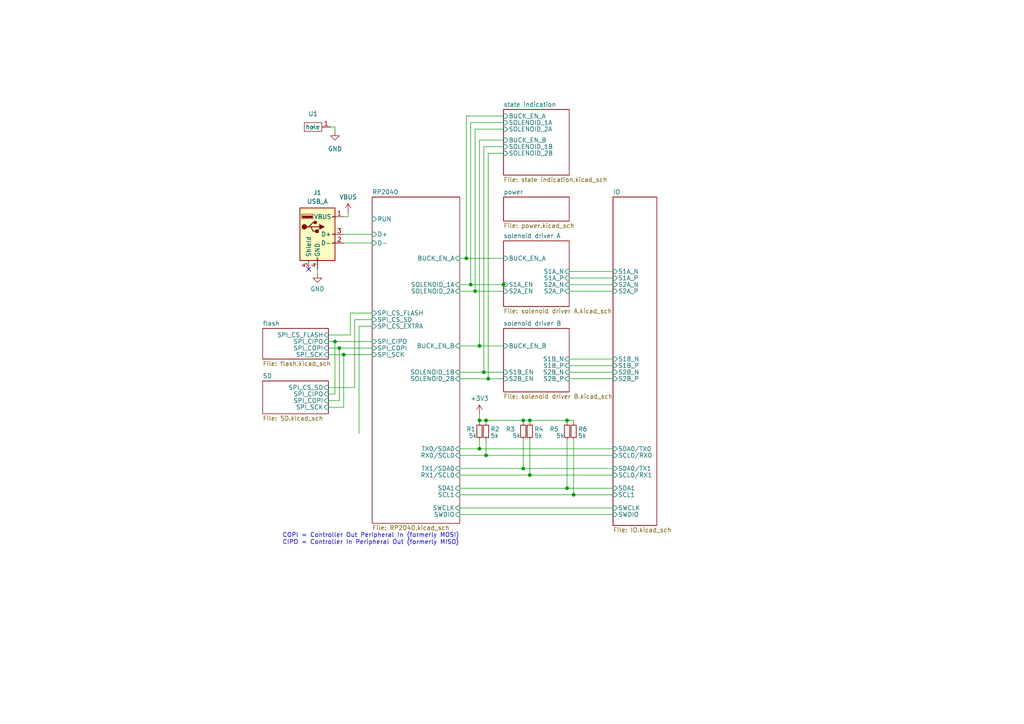
<source format=kicad_sch>
(kicad_sch (version 20230121) (generator eeschema)
  (paper "A4")
  (lib_symbols
    (symbol "Connector:USB_A" (pin_names (offset 1.016))
      (property "Reference" "J" (at -5.08 11.43 0))
      (property "Value" "USB_A" (at -5.08 8.89 0))
      (symbol "USB_A_0_1"
        (rectangle (start -5.08 -7.62) (end 5.08 7.62) (stroke (width 0.254)) (fill (type background)))
        (circle (center -3.81 2.159) (radius 0.635) (stroke (width 0.254)) (fill (type outline)))
        (rectangle (start -1.524 4.826) (end -4.318 5.334) (fill (type outline)))
        (rectangle (start -1.27 4.572) (end -4.572 5.842))
        (circle (center -0.635 3.429) (radius 0.381) (stroke (width 0.254)) (fill (type outline)))
        (rectangle (start -0.127 -7.62) (end 0.127 -6.858))
        (polyline (pts (xy -3.175 2.159) (xy -2.54 2.159) (xy -1.27 3.429) (xy -0.635 3.429)) (stroke (width 0.254)))
        (polyline (pts (xy -2.54 2.159) (xy -1.905 2.159) (xy -1.27 0.889) (xy 0 0.889)) (stroke (width 0.254)))
        (polyline (pts (xy 0.635 2.794) (xy 0.635 1.524) (xy 1.905 2.159) (xy 0.635 2.794)) (stroke (width 0.254)) (fill (type outline)))
        (rectangle (start 0.254 1.27) (end -0.508 0.508) (stroke (width 0.254)) (fill (type outline)))
        (rectangle (start 5.08 -2.667) (end 4.318 -2.413))
        (rectangle (start 5.08 -0.127) (end 4.318 0.127))
        (rectangle (start 5.08 4.953) (end 4.318 5.207))
      )
      (symbol "USB_A_1_1"
        (polyline (pts (xy -1.905 2.159) (xy 0.635 2.159)) (stroke (width 0.254)))
        (pin power_in line (at 7.62 5.08 180) (length 2.54) (name "VBUS") (number "1"))
        (pin bidirectional line (at 7.62 -2.54 180) (length 2.54) (name "D-") (number "2"))
        (pin bidirectional line (at 7.62 0 180) (length 2.54) (name "D+") (number "3"))
        (pin power_in line (at 0 -10.16 90) (length 2.54) (name "GND") (number "4"))
        (pin passive line (at -2.54 -10.16 90) (length 2.54) (name "Shield") (number "5"))
      )
    )
    (symbol "Device:R_Small" (pin_numbers hide) (pin_names (offset 0.254) hide)
      (property "Reference" "R" (at 0.762 0.508 0))
      (property "Value" "R_Small" (at 0.762 -1.016 0))
      (symbol "R_Small_0_1"
        (rectangle (start -0.762 1.778) (end 0.762 -1.778) (stroke (width 0.2032)))
      )
      (symbol "R_Small_1_1"
        (pin passive line (at 0 2.54 270) (length 0.762) (name "~") (number "1"))
        (pin passive line (at 0 -2.54 90) (length 0.762) (name "~") (number "2"))
      )
    )
    (symbol "ada_bno055:ada_bno055_nopins"
      (property "Reference" "U" (at 0 2.54 0))
      (symbol "ada_bno055_nopins_0_1"
        (rectangle (start -2.54 1.27) (end 2.54 -1.27))
      )
      (symbol "ada_bno055_nopins_1_1"
        (pin input line (at -5.08 0 0) (length 2.54) (name "hole") (number "1"))
      )
    )
    (symbol "power:+3V3" (power) (pin_names (offset 0))
      (property "Value" "+3V3" (at 0 3.556 0))
      (symbol "+3V3_0_1"
        (polyline (pts (xy -0.762 1.27) (xy 0 2.54)))
        (polyline (pts (xy 0 0) (xy 0 2.54)))
        (polyline (pts (xy 0 2.54) (xy 0.762 1.27)))
      )
      (symbol "+3V3_1_1"
        (pin power_in line (at 0 0 90) (length 0) hide (name "+3V3") (number "1"))
      )
    )
    (symbol "power:GND" (power) (pin_names (offset 0))
      (property "Value" "GND" (at 0 -3.81 0))
      (symbol "GND_0_1"
        (polyline (pts (xy 0 0) (xy 0 -1.27) (xy 1.27 -1.27) (xy 0 -2.54) (xy -1.27 -1.27) (xy 0 -1.27)))
      )
      (symbol "GND_1_1"
        (pin power_in line (at 0 0 270) (length 0) hide (name "GND") (number "1"))
      )
    )
    (symbol "power:VBUS" (power) (pin_names (offset 0))
      (property "Value" "VBUS" (at 0 3.81 0))
      (symbol "VBUS_0_1"
        (polyline (pts (xy -0.762 1.27) (xy 0 2.54)))
        (polyline (pts (xy 0 0) (xy 0 2.54)))
        (polyline (pts (xy 0 2.54) (xy 0.762 1.27)))
      )
      (symbol "VBUS_1_1"
        (pin power_in line (at 0 0 90) (length 0) hide (name "VBUS") (number "1"))
      )
    )
  )
  (junction (at 146.05 82.55))
  (junction (at 99.695 102.87))
  (junction (at 166.37 143.51))
  (junction (at 153.67 137.795))
  (junction (at 151.765 135.89))
  (junction (at 139.065 130.175))
  (junction (at 153.67 121.92))
  (junction (at 140.335 107.95))
  (junction (at 137.795 84.455))
  (junction (at 164.465 141.605))
  (junction (at 136.525 82.55))
  (junction (at 164.465 121.92))
  (junction (at 151.765 121.92))
  (junction (at 141.605 109.855))
  (junction (at 140.97 132.08))
  (junction (at 98.425 100.965))
  (junction (at 139.065 100.33))
  (junction (at 135.255 74.93))
  (junction (at 97.155 99.06))
  (junction (at 139.065 121.92))
  (junction (at 140.97 121.92))
  (no_connect (at 89.535 78.105))
  (wire (pts (xy 165.1 106.045) (xy 177.8 106.045)))
  (wire (pts (xy 165.1 82.55) (xy 177.8 82.55)))
  (wire (pts (xy 139.065 121.92) (xy 140.97 121.92)))
  (wire (pts (xy 95.25 116.205) (xy 98.425 116.205)))
  (wire (pts (xy 140.335 42.545) (xy 140.335 107.95)))
  (wire (pts (xy 133.35 132.08) (xy 140.97 132.08)))
  (wire (pts (xy 136.525 35.56) (xy 146.05 35.56)))
  (wire (pts (xy 99.695 102.87) (xy 107.95 102.87)))
  (wire (pts (xy 95.25 112.395) (xy 102.87 112.395)))
  (wire (pts (xy 141.605 109.855) (xy 146.05 109.855)))
  (wire (pts (xy 133.35 84.455) (xy 137.795 84.455)))
  (wire (pts (xy 140.335 42.545) (xy 146.05 42.545)))
  (wire (pts (xy 165.1 109.855) (xy 177.8 109.855)))
  (wire (pts (xy 164.465 121.92) (xy 164.465 122.555)))
  (wire (pts (xy 133.35 147.32) (xy 177.8 147.32)))
  (wire (pts (xy 107.95 92.71) (xy 102.87 92.71)))
  (wire (pts (xy 139.065 40.64) (xy 139.065 100.33)))
  (wire (pts (xy 95.25 118.11) (xy 99.695 118.11)))
  (wire (pts (xy 95.25 114.3) (xy 97.155 114.3)))
  (wire (pts (xy 133.35 109.855) (xy 141.605 109.855)))
  (wire (pts (xy 153.67 137.795) (xy 177.8 137.795)))
  (wire (pts (xy 164.465 141.605) (xy 177.8 141.605)))
  (wire (pts (xy 153.67 121.92) (xy 164.465 121.92)))
  (wire (pts (xy 133.35 137.795) (xy 153.67 137.795)))
  (wire (pts (xy 139.065 122.555) (xy 139.065 121.92)))
  (wire (pts (xy 151.765 135.89) (xy 177.8 135.89)))
  (wire (pts (xy 139.065 100.33) (xy 146.05 100.33)))
  (wire (pts (xy 101.6 97.155) (xy 95.25 97.155)))
  (wire (pts (xy 95.25 102.87) (xy 99.695 102.87)))
  (wire (pts (xy 133.35 100.33) (xy 139.065 100.33)))
  (wire (pts (xy 98.425 100.965) (xy 98.425 116.205)))
  (wire (pts (xy 101.6 90.805) (xy 101.6 97.155)))
  (wire (pts (xy 151.765 121.92) (xy 153.67 121.92)))
  (wire (pts (xy 139.065 40.64) (xy 146.05 40.64)))
  (wire (pts (xy 97.155 114.3) (xy 97.155 99.06)))
  (wire (pts (xy 104.14 94.615) (xy 104.14 125.73)))
  (wire (pts (xy 151.765 122.555) (xy 151.765 121.92)))
  (wire (pts (xy 97.155 38.1) (xy 97.155 36.83)))
  (wire (pts (xy 166.37 143.51) (xy 177.8 143.51)))
  (wire (pts (xy 135.255 33.655) (xy 135.255 74.93)))
  (wire (pts (xy 165.1 107.95) (xy 177.8 107.95)))
  (wire (pts (xy 136.525 35.56) (xy 136.525 82.55)))
  (wire (pts (xy 164.465 121.92) (xy 166.37 121.92)))
  (wire (pts (xy 137.795 84.455) (xy 146.05 84.455)))
  (wire (pts (xy 107.95 94.615) (xy 104.14 94.615)))
  (wire (pts (xy 100.965 61.595) (xy 100.965 62.865)))
  (wire (pts (xy 133.35 130.175) (xy 139.065 130.175)))
  (wire (pts (xy 137.795 37.465) (xy 137.795 84.455)))
  (wire (pts (xy 92.075 78.105) (xy 92.075 79.375)))
  (wire (pts (xy 97.155 36.83) (xy 95.885 36.83)))
  (wire (pts (xy 99.695 102.87) (xy 99.695 118.11)))
  (wire (pts (xy 133.35 107.95) (xy 140.335 107.95)))
  (wire (pts (xy 98.425 100.965) (xy 107.95 100.965)))
  (wire (pts (xy 135.255 74.93) (xy 146.05 74.93)))
  (wire (pts (xy 133.35 143.51) (xy 166.37 143.51)))
  (wire (pts (xy 133.35 82.55) (xy 136.525 82.55)))
  (wire (pts (xy 166.37 127.635) (xy 166.37 143.51)))
  (wire (pts (xy 135.255 33.655) (xy 146.05 33.655)))
  (wire (pts (xy 165.1 80.645) (xy 177.8 80.645)))
  (wire (pts (xy 133.35 74.93) (xy 135.255 74.93)))
  (wire (pts (xy 140.97 127.635) (xy 140.97 132.08)))
  (wire (pts (xy 166.37 121.92) (xy 166.37 122.555)))
  (wire (pts (xy 139.065 120.015) (xy 139.065 121.92)))
  (wire (pts (xy 151.765 127.635) (xy 151.765 135.89)))
  (wire (pts (xy 95.25 100.965) (xy 98.425 100.965)))
  (wire (pts (xy 165.1 104.14) (xy 177.8 104.14)))
  (wire (pts (xy 102.87 92.71) (xy 102.87 112.395)))
  (wire (pts (xy 140.97 121.92) (xy 140.97 122.555)))
  (wire (pts (xy 99.695 70.485) (xy 107.95 70.485)))
  (wire (pts (xy 136.525 82.55) (xy 146.05 82.55)))
  (wire (pts (xy 133.35 149.225) (xy 177.8 149.225)))
  (wire (pts (xy 139.065 130.175) (xy 177.8 130.175)))
  (wire (pts (xy 133.35 141.605) (xy 164.465 141.605)))
  (wire (pts (xy 139.065 127.635) (xy 139.065 130.175)))
  (wire (pts (xy 140.335 107.95) (xy 146.05 107.95)))
  (wire (pts (xy 140.97 121.92) (xy 151.765 121.92)))
  (wire (pts (xy 99.695 62.865) (xy 100.965 62.865)))
  (wire (pts (xy 141.605 44.45) (xy 146.05 44.45)))
  (wire (pts (xy 95.25 99.06) (xy 97.155 99.06)))
  (wire (pts (xy 165.1 84.455) (xy 177.8 84.455)))
  (wire (pts (xy 99.695 67.945) (xy 107.95 67.945)))
  (wire (pts (xy 97.155 99.06) (xy 107.95 99.06)))
  (wire (pts (xy 146.05 82.55) (xy 146.1655 82.55)))
  (wire (pts (xy 153.67 121.92) (xy 153.67 122.555)))
  (wire (pts (xy 141.605 44.45) (xy 141.605 109.855)))
  (wire (pts (xy 133.35 135.89) (xy 151.765 135.89)))
  (wire (pts (xy 165.1 78.74) (xy 177.8 78.74)))
  (wire (pts (xy 137.795 37.465) (xy 146.05 37.465)))
  (wire (pts (xy 107.95 90.805) (xy 101.6 90.805)))
  (wire (pts (xy 140.97 132.08) (xy 177.8 132.08)))
  (wire (pts (xy 164.465 127.635) (xy 164.465 141.605)))
  (wire (pts (xy 153.67 127.635) (xy 153.67 137.795)))
  (text "COPI = Controller Out Peripheral In (formerly MOSI)\nCIPO = Controller In Peripheral Out (formerly MISO)" (at 81.915 158.115 0) (effects (font (size 1.27 1.27)) (justify left bottom)))
  (symbol (lib_id "power:GND") (at 97.155 38.1 0) (unit 1)
    (property "Reference" "#PWR02" (effects hide))
    (property "Value" "GND" (at 97.155 43.18 0))
  )
  (symbol (lib_id "Device:R_Small") (at 151.765 125.095 0) (unit 1)
    (property "Reference" "R3" (at 146.685 124.46 0) (effects (justify left)))
    (property "Value" "5k" (at 148.59 126.365 0) (effects (justify left)))
    (property "Footprint" "Resistor_SMD:R_0603_1608Metric" (effects hide))
  )
  (symbol (lib_id "Device:R_Small") (at 139.065 125.095 0) (unit 1)
    (property "Reference" "R1" (at 135.255 124.46 0) (effects (justify left)))
    (property "Value" "5k" (at 135.89 126.365 0) (effects (justify left)))
    (property "Footprint" "Resistor_SMD:R_0603_1608Metric" (effects hide))
  )
  (symbol (lib_id "power:GND") (at 92.075 79.375 0) (unit 1)
    (property "Reference" "#PWR01" (effects hide))
    (property "Value" "GND" (at 92.075 83.82 0))
  )
  (symbol (lib_id "power:VBUS") (at 100.965 61.595 0) (unit 1)
    (property "Reference" "#PWR03" (effects hide))
    (property "Value" "VBUS" (at 100.965 57.15 0))
  )
  (symbol (lib_id "Device:R_Small") (at 164.465 125.095 0) (unit 1)
    (property "Reference" "R5" (at 159.385 124.46 0) (effects (justify left)))
    (property "Value" "5k" (at 161.29 126.365 0) (effects (justify left)))
    (property "Footprint" "Resistor_SMD:R_0603_1608Metric" (effects hide))
  )
  (symbol (lib_id "Device:R_Small") (at 166.37 125.095 0) (unit 1)
    (property "Reference" "R6" (at 167.64 124.46 0) (effects (justify left)))
    (property "Value" "5k" (at 167.64 126.365 0) (effects (justify left)))
    (property "Footprint" "Resistor_SMD:R_0603_1608Metric" (effects hide))
  )
  (symbol (lib_id "power:+3V3") (at 139.065 120.015 0) (unit 1)
    (property "Reference" "#PWR04" (effects hide))
    (property "Value" "+3V3" (at 139.065 115.57 0))
  )
  (symbol (lib_id "ada_bno055:ada_bno055_nopins") (at 90.805 36.83 180) (unit 1)
    (property "Reference" "U1" (at 90.805 33.02 0))
    (property "Value" "~" (at 90.805 36.83 0))
    (property "Footprint" "ada_bno055:adafruit_bno055_nopins" (effects hide))
  )
  (symbol (lib_id "Connector:USB_A") (at 92.075 67.945 0) (unit 1)
    (property "Reference" "J1" (at 92.075 55.88 0))
    (property "Value" "USB_A" (at 92.075 58.42 0))
    (property "Footprint" "Connector_USB:USB_Micro-B_Amphenol_10104110_Horizontal" (effects hide))
    (property "Datasheet" " ~" (effects hide))
  )
  (symbol (lib_id "Device:R_Small") (at 140.97 125.095 0) (unit 1)
    (property "Reference" "R2" (at 142.24 124.46 0) (effects (justify left)))
    (property "Value" "5k" (at 142.24 126.365 0) (effects (justify left)))
    (property "Footprint" "Resistor_SMD:R_0603_1608Metric" (effects hide))
  )
  (symbol (lib_id "Device:R_Small") (at 153.67 125.095 0) (unit 1)
    (property "Reference" "R4" (at 154.94 124.46 0) (effects (justify left)))
    (property "Value" "5k" (at 154.94 126.365 0) (effects (justify left)))
    (property "Footprint" "Resistor_SMD:R_0603_1608Metric" (effects hide))
  )
  (sheet (at 146.05 95.25) (size 19.05 18.415) (stroke (width 0.1524))
    (property "Sheetname" "solenoid driver B" (at 146.05 94.5384 0) (effects (justify left bottom)))
    (property "Sheetfile" "solenoid driver B.kicad_sch" (at 146.05 114.2496 0) (effects (justify left top)))
    (pin "S2B_N" input (at 165.1 107.95 0))
    (pin "S2B_P" input (at 165.1 109.855 0))
    (pin "S2B_EN" input (at 146.05 109.855 180))
    (pin "S1B_N" input (at 165.1 104.14 0))
    (pin "S1B_EN" input (at 146.05 107.95 180))
    (pin "BUCK_EN_B" input (at 146.05 100.33 180))
    (pin "S1B_P" input (at 165.1 106.045 0))
  )
  (sheet (at 146.05 69.85) (size 19.05 19.05) (stroke (width 0.1524))
    (property "Sheetname" "solenoid driver A" (at 146.05 69.1384 0) (effects (justify left bottom)))
    (property "Sheetfile" "solenoid driver A.kicad_sch" (at 146.05 89.4846 0) (effects (justify left top)))
    (pin "S1A_N" input (at 165.1 78.74 0))
    (pin "S1A_P" input (at 165.1 80.645 0))
    (pin "S2A_N" input (at 165.1 82.55 0))
    (pin "S2A_P" input (at 165.1 84.455 0))
    (pin "S2A_EN" input (at 146.05 84.455 180))
    (pin "S1A_EN" input (at 146.05 82.55 180))
    (pin "BUCK_EN_A" input (at 146.05 74.93 180))
  )
  (sheet (at 107.95 57.15) (size 25.4 94.615) (stroke (width 0.1524))
    (property "Sheetname" "RP2040" (at 107.95 56.4384 0) (effects (justify left bottom)))
    (property "Sheetfile" "RP2040.kicad_sch" (at 107.95 152.3496 0) (effects (justify left top)))
    (pin "TX0{slash}SDA0" input (at 133.35 130.175 0))
    (pin "RX0{slash}SCL0" input (at 133.35 132.08 0))
    (pin "RX1{slash}SCL0" input (at 133.35 137.795 0))
    (pin "TX1{slash}SDA0" input (at 133.35 135.89 0))
    (pin "SDA1" input (at 133.35 141.605 0))
    (pin "SCL1" input (at 133.35 143.51 0))
    (pin "SWDIO" input (at 133.35 149.225 0))
    (pin "RUN" input (at 107.95 63.5 180))
    (pin "SWCLK" input (at 133.35 147.32 0))
    (pin "BUCK_EN_A" input (at 133.35 74.93 0))
    (pin "SOLENOID_2A" input (at 133.35 84.455 0))
    (pin "SOLENOID_1A" input (at 133.35 82.55 0))
    (pin "BUCK_EN_B" input (at 133.35 100.33 0))
    (pin "SOLENOID_1B" input (at 133.35 107.95 0))
    (pin "SOLENOID_2B" input (at 133.35 109.855 0))
    (pin "D+" input (at 107.95 67.945 180))
    (pin "D-" input (at 107.95 70.485 180))
    (pin "SPI_CIPO" input (at 107.95 99.06 180))
    (pin "SPI_COPI" input (at 107.95 100.965 180))
    (pin "SPI_SCK" input (at 107.95 102.87 180))
    (pin "SPI_CS_FLASH" input (at 107.95 90.805 180))
    (pin "SPI_CS_SD" input (at 107.95 92.71 180))
    (pin "SPI_CS_EXTRA" input (at 107.95 94.615 180))
  )
  (sheet (at 76.2 110.49) (size 19.05 9.525) (stroke (width 0.1524))
    (property "Sheetname" "SD" (at 76.2 109.7784 0) (effects (justify left bottom)))
    (property "Sheetfile" "SD.kicad_sch" (at 76.2 120.5996 0) (effects (justify left top)))
    (pin "SPI_COPI" input (at 95.25 116.205 0))
    (pin "SPI_SCK" input (at 95.25 118.11 0))
    (pin "SPI_CIPO" input (at 95.25 114.3 0))
    (pin "SPI_CS_SD" input (at 95.25 112.395 0))
  )
  (sheet (at 177.8 57.15) (size 12.7 95.25) (stroke (width 0.1524))
    (property "Sheetname" "IO" (at 177.8 56.4384 0) (effects (justify left bottom)))
    (property "Sheetfile" "IO.kicad_sch" (at 177.8 152.9846 0) (effects (justify left top)))
    (pin "S1A_N" input (at 177.8 78.74 180))
    (pin "S1A_P" input (at 177.8 80.645 180))
    (pin "S2A_P" input (at 177.8 84.455 180))
    (pin "S2A_N" input (at 177.8 82.55 180))
    (pin "S2B_P" input (at 177.8 109.855 180))
    (pin "S2B_N" input (at 177.8 107.95 180))
    (pin "S1B_P" input (at 177.8 106.045 180))
    (pin "S1B_N" input (at 177.8 104.14 180))
    (pin "SWCLK" input (at 177.8 147.32 180))
    (pin "SWDIO" input (at 177.8 149.225 180))
    (pin "SDA0{slash}TX0" input (at 177.8 130.175 180))
    (pin "SCL0{slash}RX0" input (at 177.8 132.08 180))
    (pin "SCL0{slash}RX1" input (at 177.8 137.795 180))
    (pin "SDA0{slash}TX1" input (at 177.8 135.89 180))
    (pin "SCL1" input (at 177.8 143.51 180))
    (pin "SDA1" input (at 177.8 141.605 180))
  )
  (sheet (at 146.05 57.15) (size 19.05 6.985) (stroke (width 0.1524))
    (property "Sheetname" "power" (at 146.05 56.4384 0) (effects (justify left bottom)))
    (property "Sheetfile" "power.kicad_sch" (at 146.05 64.7196 0) (effects (justify left top)))
  )
  (sheet (at 146.05 31.75) (size 19.05 19.05) (stroke (width 0.1524))
    (property "Sheetname" "state indication" (at 146.05 31.0384 0) (effects (justify left bottom)))
    (property "Sheetfile" "state indication.kicad_sch" (at 146.05 51.3846 0) (effects (justify left top)))
    (pin "SOLENOID_1A" input (at 146.05 35.56 180))
    (pin "BUCK_EN_B" input (at 146.05 40.64 180))
    (pin "BUCK_EN_A" input (at 146.05 33.655 180))
    (pin "SOLENOID_2A" input (at 146.05 37.465 180))
    (pin "SOLENOID_2B" input (at 146.05 44.45 180))
    (pin "SOLENOID_1B" input (at 146.05 42.545 180))
  )
  (sheet (at 76.2 95.25) (size 19.05 8.89) (stroke (width 0.1524))
    (property "Sheetname" "flash" (at 76.2 94.5384 0) (effects (justify left bottom)))
    (property "Sheetfile" "flash.kicad_sch" (at 76.2 104.7246 0) (effects (justify left top)))
    (pin "SPI_COPI" input (at 95.25 100.965 0))
    (pin "SPI_CIPO" input (at 95.25 99.06 0))
    (pin "SPI_SCK" input (at 95.25 102.87 0))
    (pin "SPI_CS_FLASH" input (at 95.25 97.155 0))
  )
)
</source>
